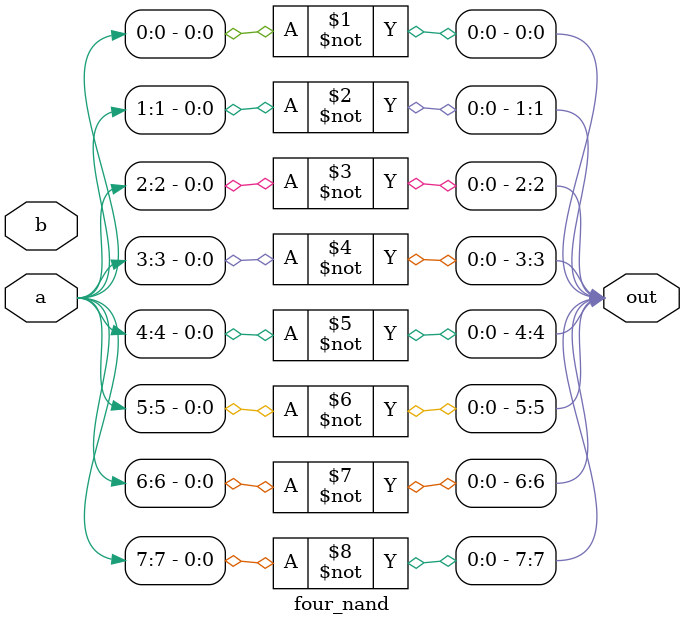
<source format=v>
`timescale 1ns / 1ps

module four_nand(a, b, out);

input [7:0]a;
input [7:0]b;
output [7:0]out;

nand  zero(out[0], a[0]);
nand one(out[1], a[1]);
nand two(out[2], a[2]);
nand three(out[3], a[3]);
nand four(out[4], a[4]);
nand five(out[5], a[5]);
nand six(out[6], a[6]);
nand seven(out[7], a[7]);

endmodule
// When 0000 and 0000 at end, get 1111. Why?
</source>
